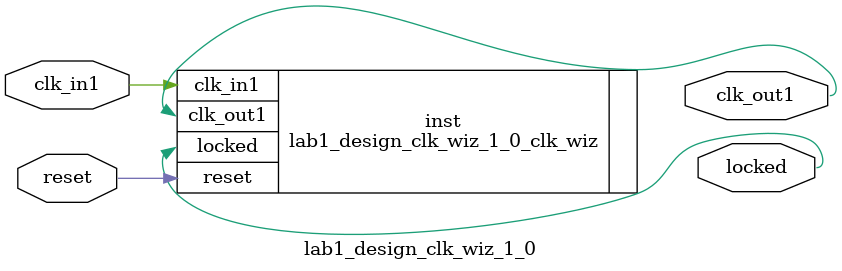
<source format=v>


`timescale 1ps/1ps

(* CORE_GENERATION_INFO = "lab1_design_clk_wiz_1_0,clk_wiz_v6_0_3_0_0,{component_name=lab1_design_clk_wiz_1_0,use_phase_alignment=true,use_min_o_jitter=false,use_max_i_jitter=false,use_dyn_phase_shift=false,use_inclk_switchover=false,use_dyn_reconfig=false,enable_axi=0,feedback_source=FDBK_AUTO,PRIMITIVE=MMCM,num_out_clk=1,clkin1_period=10.000,clkin2_period=10.000,use_power_down=false,use_reset=true,use_locked=true,use_inclk_stopped=false,feedback_type=SINGLE,CLOCK_MGR_TYPE=NA,manual_override=false}" *)

module lab1_design_clk_wiz_1_0 
 (
  // Clock out ports
  output        clk_out1,
  // Status and control signals
  input         reset,
  output        locked,
 // Clock in ports
  input         clk_in1
 );

  lab1_design_clk_wiz_1_0_clk_wiz inst
  (
  // Clock out ports  
  .clk_out1(clk_out1),
  // Status and control signals               
  .reset(reset), 
  .locked(locked),
 // Clock in ports
  .clk_in1(clk_in1)
  );

endmodule

</source>
